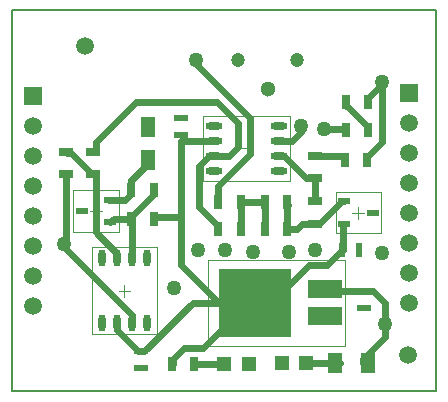
<source format=gtl>
G04*
G04 #@! TF.GenerationSoftware,Altium Limited,Altium Designer,19.1.8 (144)*
G04*
G04 Layer_Physical_Order=1*
G04 Layer_Color=255*
%FSLAX42Y42*%
%MOMM*%
G71*
G01*
G75*
%ADD10R,1.25X1.75*%
%ADD11R,1.25X1.75*%
%ADD12R,1.25X0.50*%
%ADD13R,1.30X0.70*%
%ADD14R,0.70X1.30*%
%ADD15R,3.00X1.60*%
%ADD16R,6.20X5.80*%
%ADD17R,1.00X0.60*%
%ADD18R,0.50X1.25*%
%ADD19R,1.20X1.20*%
%ADD20O,0.60X1.45*%
%ADD21O,1.45X0.60*%
%ADD22C,0.60*%
%ADD23C,0.20*%
%ADD24C,0.05*%
%ADD25C,0.10*%
%ADD26C,1.52*%
%ADD27C,1.20*%
%ADD28C,1.30*%
%ADD29R,1.50X1.50*%
%ADD30C,1.50*%
%ADD31C,1.27*%
D10*
X11767Y6020D02*
D03*
X11487D02*
D03*
D11*
X9906Y8016D02*
D03*
Y7736D02*
D03*
D12*
X9843Y5973D02*
D03*
Y6118D02*
D03*
X11735Y6629D02*
D03*
Y6484D02*
D03*
X10185Y7950D02*
D03*
Y8095D02*
D03*
D13*
X11316Y7195D02*
D03*
Y7385D02*
D03*
Y7772D02*
D03*
Y7582D02*
D03*
X9207Y7804D02*
D03*
Y7614D02*
D03*
X9434Y7804D02*
D03*
Y7614D02*
D03*
D14*
X10497Y7150D02*
D03*
X10687D02*
D03*
X10890D02*
D03*
X11081D02*
D03*
X11081Y7379D02*
D03*
X10890D02*
D03*
X9760Y7239D02*
D03*
X9950D02*
D03*
X9950Y7480D02*
D03*
X9760D02*
D03*
X10293Y6007D02*
D03*
X10103D02*
D03*
X11766Y7988D02*
D03*
X11576D02*
D03*
X11766Y8230D02*
D03*
X11576D02*
D03*
X11570Y7734D02*
D03*
X11760D02*
D03*
X10687Y7379D02*
D03*
X10497D02*
D03*
D15*
X11398Y6642D02*
D03*
Y6413D02*
D03*
D16*
X10808Y6528D02*
D03*
D17*
X9582Y7397D02*
D03*
Y7207D02*
D03*
X9342Y7303D02*
D03*
X11564Y7195D02*
D03*
Y7385D02*
D03*
X11804Y7290D02*
D03*
D18*
X11548Y6972D02*
D03*
X11693D02*
D03*
D19*
X10760Y6007D02*
D03*
X10550D02*
D03*
X11033Y6020D02*
D03*
X11243D02*
D03*
D20*
X9893Y6357D02*
D03*
X9766D02*
D03*
X9639D02*
D03*
X9512D02*
D03*
X9893Y6902D02*
D03*
X9766D02*
D03*
X9639D02*
D03*
X9512D02*
D03*
D21*
X10465Y7645D02*
D03*
Y7772D02*
D03*
Y7899D02*
D03*
Y8026D02*
D03*
X11010Y7645D02*
D03*
Y7772D02*
D03*
Y7899D02*
D03*
Y8026D02*
D03*
D22*
X9760Y7480D02*
Y7563D01*
X9874Y7676D02*
X9760Y7563D01*
X9874Y7676D02*
Y7703D01*
X9906Y7736D02*
X9874Y7703D01*
X9461Y7804D02*
Y7887D01*
X9804Y8230D02*
X9461Y7887D01*
X10490Y8230D02*
X9804D01*
X10668Y8052D02*
X10490Y8230D01*
X9207Y7010D02*
Y7614D01*
Y7010D02*
X9195Y6998D01*
X9763Y7215D02*
X9739Y7239D01*
X9613D02*
X9582Y7207D01*
X9739Y7239D02*
X9613D01*
X9763Y7084D02*
Y7215D01*
Y7236D01*
X9461Y7122D02*
Y7614D01*
X9639Y6944D02*
X9461Y7122D01*
X9639Y6902D02*
Y6944D01*
X9248Y7798D02*
X9220D01*
X9432Y7614D02*
X9248Y7798D01*
X9461Y7614D02*
X9432D01*
X9760Y7450D02*
Y7480D01*
Y7450D02*
X9707Y7397D01*
X9582D01*
X9950Y7450D02*
X9774Y7274D01*
X9950Y7450D02*
Y7480D01*
X9766Y7081D02*
X9763Y7084D01*
X9582Y7397D02*
X9571D01*
X10185Y6845D02*
Y7252D01*
X9950Y7239D02*
Y7247D01*
Y7209D02*
Y7239D01*
X10185Y7252D02*
X9955D01*
X9950Y7247D01*
X9766Y6902D02*
Y7081D01*
X10503Y6528D02*
X10185Y6845D01*
Y7252D02*
Y7899D01*
X9766Y6426D02*
X9195Y6998D01*
X9766Y6357D02*
Y6426D01*
X9639Y6293D02*
Y6357D01*
X9815Y6118D02*
X9639Y6293D01*
X9843Y6118D02*
X9815D01*
X10751Y6528D02*
X10503D01*
X10280D01*
X11553Y6977D02*
Y7195D01*
X10112Y6007D02*
Y6048D01*
X10337Y7340D02*
Y7687D01*
X10497Y7180D02*
X10337Y7340D01*
X10808Y6528D02*
X10751D01*
X10280D02*
X9870Y6118D01*
X9843D01*
X10770Y7787D02*
X10497Y7514D01*
X10770Y7787D02*
Y8090D01*
X10497Y7379D02*
Y7514D01*
X10592Y7772D02*
X10465D01*
X10668Y7849D02*
X10592Y7772D01*
X10668Y7849D02*
Y8052D01*
X10312Y8547D02*
Y8585D01*
X10770Y8090D02*
X10312Y8547D01*
X10465Y7899D02*
X10185D01*
X10465Y7772D02*
X10422D01*
X10337Y7687D01*
X10497Y7150D02*
Y7180D01*
X10751Y6528D02*
X10370Y6147D01*
X10890Y7125D02*
Y7353D01*
Y7379D02*
X10687D01*
X10687Y7379D01*
Y7150D02*
Y7379D01*
X11163Y7155D02*
X11081D01*
X11203Y7195D02*
X11163Y7155D01*
X11316Y7195D02*
X11203D01*
X11081Y7125D02*
Y7155D01*
X11081Y7125D02*
Y7332D01*
X11887Y8381D02*
Y8395D01*
Y7891D02*
Y8381D01*
Y7891D02*
X11760Y7764D01*
Y7734D02*
Y7764D01*
X11887Y8381D02*
X11766Y8260D01*
Y8230D02*
Y8260D01*
X11398Y7995D02*
X11392Y8001D01*
X11571Y7995D02*
X11398D01*
X11576Y7990D02*
X11571Y7995D01*
X11576Y7988D02*
Y7990D01*
X11581Y8195D02*
X11576Y8200D01*
X11590Y8195D02*
X11581D01*
X11766Y8018D02*
X11590Y8195D01*
X11766Y7988D02*
Y8018D01*
X11565Y7767D02*
X11321D01*
X11570Y7762D02*
X11565Y7767D01*
X11570Y7734D02*
Y7762D01*
X11125Y7899D02*
X11049D01*
X11201Y7976D02*
X11125Y7899D01*
X11243Y7582D02*
X11052Y7772D01*
X11316Y7582D02*
X11243D01*
X11052Y7772D02*
X11010D01*
X10890Y7379D02*
Y7409D01*
X11081Y7357D02*
Y7379D01*
X11086Y7352D02*
X11081Y7357D01*
X11081Y7125D02*
X11081Y7125D01*
X11201Y7976D02*
Y8026D01*
X11316Y7385D02*
Y7582D01*
X11544Y7385D02*
X11359Y7200D01*
X11564Y7385D02*
X11544D01*
X11564Y7195D02*
X11553D01*
Y6977D02*
X11548Y6972D01*
X11265Y6845D02*
X10947Y6528D01*
X11421Y6845D02*
X11265D01*
X11548Y6972D02*
X11421Y6845D01*
X10947Y6528D02*
X10808D01*
X11913Y6350D02*
Y6528D01*
Y6241D02*
Y6350D01*
X10550Y6007D02*
X10293D01*
X10211Y6147D02*
X10112Y6048D01*
X10370Y6147D02*
X10211D01*
X10890Y7125D02*
X10890Y7125D01*
X11321Y7767D02*
X11316Y7772D01*
X11532Y6020D02*
X11243D01*
X11913Y6241D02*
X11722Y6050D01*
Y6020D02*
Y6050D01*
X11392Y8001D02*
X11373Y7982D01*
X11576Y8200D02*
Y8230D01*
X11411Y6629D02*
X11398Y6642D01*
X11735Y6629D02*
X11411D01*
X11811D02*
X11735D01*
X11913Y6528D02*
X11811Y6629D01*
D23*
X8750Y8369D02*
Y9004D01*
X12344D02*
X8750D01*
Y5778D02*
Y8369D01*
X12344Y5778D02*
Y9004D01*
Y5778D02*
X8750D01*
D24*
X11568Y6165D02*
Y6890D01*
X10408Y6165D02*
Y6890D01*
X11568D02*
X10408D01*
X11568Y6165D02*
X10408D01*
X9654Y7128D02*
Y7478D01*
X9269Y7128D02*
Y7478D01*
X9654D02*
X9269D01*
X9654Y7128D02*
X9269D01*
X11492Y7115D02*
Y7465D01*
X11876Y7115D02*
Y7465D01*
Y7115D02*
X11492D01*
X11876Y7465D02*
X11492D01*
X9978Y6259D02*
Y6999D01*
X9428Y6259D02*
Y6999D01*
X9978Y6259D02*
X9428D01*
X9978Y6999D02*
X9428D01*
X11107Y7561D02*
X10367D01*
X11107Y8111D02*
X10367D01*
Y7561D02*
Y8111D01*
X11107Y7561D02*
Y8111D01*
D25*
X11038Y6528D02*
X10938D01*
X10988Y6478D02*
Y6578D01*
X9511Y7303D02*
X9411D01*
X9461Y7253D02*
Y7353D01*
X11734Y7290D02*
X11634D01*
X11684Y7240D02*
Y7340D01*
X9753Y6629D02*
X9653D01*
X9703Y6579D02*
Y6679D01*
X10737Y7786D02*
Y7886D01*
X10787Y7836D02*
X10687D01*
D26*
X9373Y8700D02*
D03*
X12103Y6083D02*
D03*
D27*
X11168Y8585D02*
D03*
X10668D02*
D03*
D28*
X10918Y8335D02*
D03*
D29*
X8928Y8280D02*
D03*
X12116Y8306D02*
D03*
D30*
X8928Y8026D02*
D03*
Y7772D02*
D03*
Y7518D02*
D03*
Y7264D02*
D03*
Y7010D02*
D03*
Y6756D02*
D03*
Y6502D02*
D03*
X12116Y8052D02*
D03*
Y7798D02*
D03*
Y7544D02*
D03*
Y7290D02*
D03*
Y7036D02*
D03*
Y6782D02*
D03*
Y6528D02*
D03*
D31*
X9195Y7023D02*
D03*
X10325Y6972D02*
D03*
X10122Y6655D02*
D03*
X10312Y8585D02*
D03*
X11316Y6972D02*
D03*
X11100Y6960D02*
D03*
X10795D02*
D03*
X11887Y8395D02*
D03*
Y6947D02*
D03*
X10554Y6972D02*
D03*
X11913Y6350D02*
D03*
X11201Y8026D02*
D03*
X11392Y8001D02*
D03*
M02*

</source>
